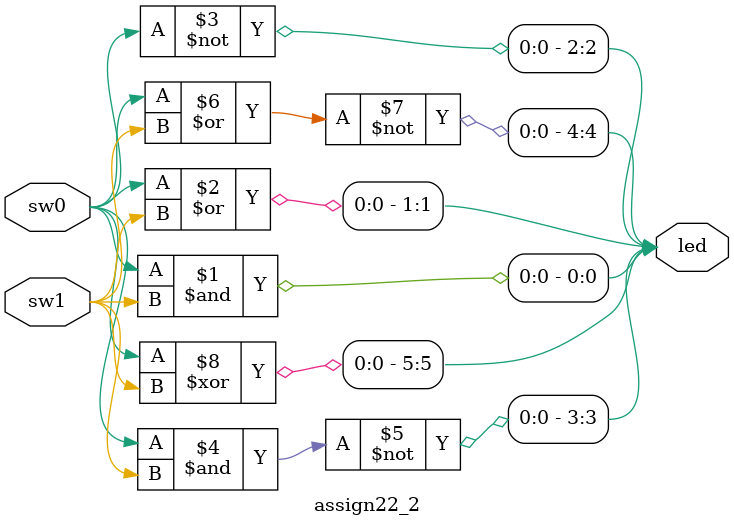
<source format=v>
module assign22_2(sw0, sw1, led);
    input sw0, sw1;
    output [5:0] led;

    assign led[0] = sw0 & sw1;
    assign led[1] = sw0 | sw1;
    assign led[2] = ~sw0;
    assign led[3] = ~(sw0 & sw1);
    assign led[4] = ~(sw0 | sw1);
    assign led[5] = sw0 ^ sw1;
endmodule

</source>
